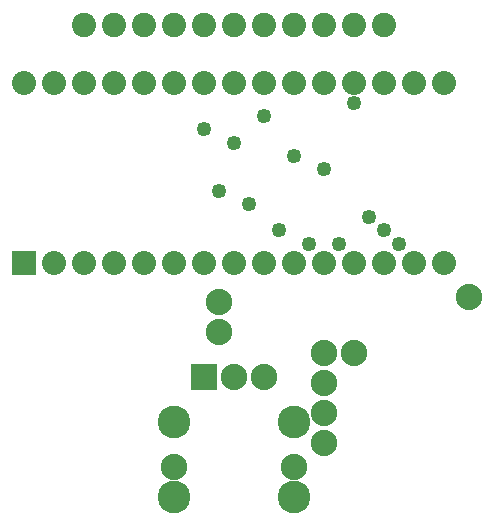
<source format=gbs>
G04 MADE WITH FRITZING*
G04 WWW.FRITZING.ORG*
G04 DOUBLE SIDED*
G04 HOLES PLATED*
G04 CONTOUR ON CENTER OF CONTOUR VECTOR*
%ASAXBY*%
%FSLAX23Y23*%
%MOIN*%
%OFA0B0*%
%SFA1.0B1.0*%
%ADD10C,0.080000*%
%ADD11C,0.088000*%
%ADD12C,0.049370*%
%ADD13C,0.109055*%
%ADD14C,0.080866*%
%ADD15R,0.080000X0.079972*%
%ADD16R,0.088000X0.088000*%
%LNMASK0*%
G90*
G70*
G54D10*
X149Y880D03*
X249Y880D03*
X349Y880D03*
X449Y880D03*
X549Y880D03*
X649Y880D03*
X749Y880D03*
X849Y880D03*
X949Y880D03*
X1049Y880D03*
X1149Y880D03*
X1249Y880D03*
X1349Y880D03*
X1449Y880D03*
X1549Y880D03*
X149Y1480D03*
X249Y1480D03*
X349Y1480D03*
X449Y1480D03*
X549Y1480D03*
X649Y1480D03*
X749Y1480D03*
X849Y1480D03*
X949Y1480D03*
X1049Y1480D03*
X1149Y1480D03*
X1249Y1480D03*
X1349Y1480D03*
X1449Y1480D03*
X1549Y1480D03*
G54D11*
X1633Y767D03*
G54D12*
X1249Y1415D03*
X1149Y1193D03*
X1049Y1237D03*
X849Y1282D03*
X949Y1371D03*
X749Y1326D03*
X1399Y945D03*
X1199Y945D03*
X1099Y945D03*
X799Y1122D03*
X900Y1078D03*
X1299Y1034D03*
X999Y990D03*
X1349Y990D03*
G54D13*
X1050Y100D03*
X650Y100D03*
X650Y350D03*
G54D11*
X1050Y200D03*
G54D13*
X1050Y350D03*
G54D11*
X650Y200D03*
G54D14*
X350Y1675D03*
X450Y1675D03*
X550Y1675D03*
X650Y1675D03*
X750Y1675D03*
X850Y1675D03*
X950Y1675D03*
X1050Y1675D03*
X1150Y1675D03*
X1250Y1675D03*
X1350Y1675D03*
X350Y1675D03*
X450Y1675D03*
X550Y1675D03*
X650Y1675D03*
X750Y1675D03*
X850Y1675D03*
X950Y1675D03*
X1050Y1675D03*
X1150Y1675D03*
X1250Y1675D03*
X1350Y1675D03*
G54D11*
X800Y750D03*
X800Y650D03*
X1150Y580D03*
X1250Y580D03*
X1150Y280D03*
X1150Y380D03*
X1150Y480D03*
X750Y500D03*
X850Y500D03*
X950Y500D03*
G54D15*
X149Y880D03*
G54D16*
X750Y500D03*
G04 End of Mask0*
M02*
</source>
